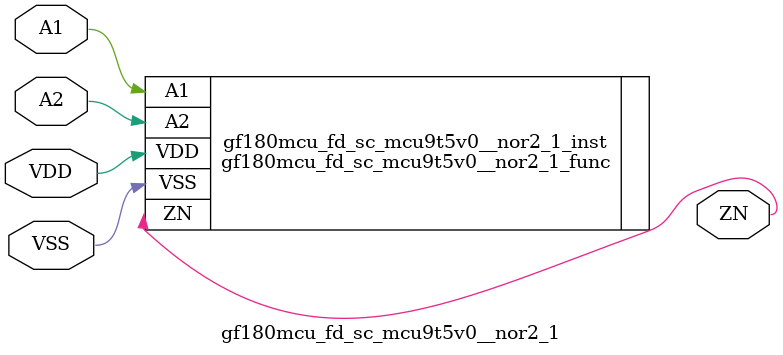
<source format=v>

module gf180mcu_fd_sc_mcu9t5v0__nor2_1( A2, ZN, A1, VDD, VSS );
input A1, A2;
inout VDD, VSS;
output ZN;

   `ifdef FUNCTIONAL  //  functional //

	gf180mcu_fd_sc_mcu9t5v0__nor2_1_func gf180mcu_fd_sc_mcu9t5v0__nor2_1_behav_inst(.A2(A2),.ZN(ZN),.A1(A1),.VDD(VDD),.VSS(VSS));

   `else

	gf180mcu_fd_sc_mcu9t5v0__nor2_1_func gf180mcu_fd_sc_mcu9t5v0__nor2_1_inst(.A2(A2),.ZN(ZN),.A1(A1),.VDD(VDD),.VSS(VSS));

	// spec_gates_begin


	// spec_gates_end



   specify

	// specify_block_begin

	// comb arc A1 --> ZN
	 (A1 => ZN) = (1.0,1.0);

	// comb arc A2 --> ZN
	 (A2 => ZN) = (1.0,1.0);

	// specify_block_end

   endspecify

   `endif

endmodule

</source>
